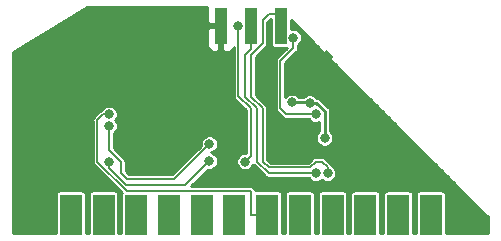
<source format=gbr>
G04 #@! TF.GenerationSoftware,KiCad,Pcbnew,(5.0.0-rc2-dev-231-ge0e0687cd)*
G04 #@! TF.CreationDate,2018-07-23T22:11:46+02:00*
G04 #@! TF.ProjectId,WiFi_Plotter,576946695F506C6F747465722E6B6963,rev?*
G04 #@! TF.SameCoordinates,Original*
G04 #@! TF.FileFunction,Copper,L2,Bot,Signal*
G04 #@! TF.FilePolarity,Positive*
%FSLAX46Y46*%
G04 Gerber Fmt 4.6, Leading zero omitted, Abs format (unit mm)*
G04 Created by KiCad (PCBNEW (5.0.0-rc2-dev-231-ge0e0687cd)) date Mon Jul 23 22:11:46 2018*
%MOMM*%
%LPD*%
G01*
G04 APERTURE LIST*
%ADD10R,1.000000X3.150000*%
%ADD11C,0.500000*%
%ADD12C,0.100000*%
%ADD13R,1.846667X3.480000*%
%ADD14C,0.800000*%
%ADD15C,0.254000*%
%ADD16C,0.152400*%
G04 APERTURE END LIST*
D10*
X92540000Y-122000000D03*
X90000000Y-122000000D03*
X87460000Y-122000000D03*
D11*
X96515076Y-124515076D03*
D12*
G36*
X96020101Y-124373655D02*
X96373655Y-124020101D01*
X97010051Y-124656497D01*
X96656497Y-125010051D01*
X96020101Y-124373655D01*
X96020101Y-124373655D01*
G37*
D13*
X74765000Y-138000000D03*
X77535000Y-138000000D03*
X80305000Y-138000000D03*
X83075000Y-138000000D03*
X85845000Y-138000000D03*
X88615000Y-138000000D03*
X91385000Y-138000000D03*
X94155000Y-138000000D03*
X96925000Y-138000000D03*
X99695000Y-138000000D03*
X102465000Y-138000000D03*
X105235000Y-138000000D03*
D14*
X94991181Y-128538346D03*
X96254000Y-131500000D03*
X93500000Y-128500000D03*
X82987598Y-124500000D03*
X87500000Y-129000000D03*
X86500000Y-129000000D03*
X85500000Y-129000000D03*
X85000000Y-121000000D03*
X91500000Y-127487598D03*
X86500000Y-131000000D03*
X81000000Y-133987598D03*
X101500000Y-131000000D03*
X98500000Y-128000000D03*
X103000000Y-132500000D03*
X102500000Y-132000000D03*
X95000000Y-124500000D03*
X94500000Y-125000000D03*
X94500000Y-124000000D03*
X95000000Y-123500000D03*
X95500000Y-124000000D03*
X97000000Y-125500000D03*
X98500000Y-127000000D03*
X99000000Y-127500000D03*
X99500000Y-128000000D03*
X104000000Y-133500000D03*
X104500000Y-134000000D03*
X105000000Y-133500000D03*
X104500000Y-133000000D03*
X104000000Y-132500000D03*
X103500000Y-132000000D03*
X103000000Y-131500000D03*
X102500000Y-131000000D03*
X102000000Y-130500000D03*
X101500000Y-130000000D03*
X101000000Y-129500000D03*
X100000000Y-128500000D03*
X100000000Y-129500000D03*
X100500000Y-129000000D03*
X99500000Y-129000000D03*
X105500000Y-134000000D03*
X106000000Y-134500000D03*
X107000000Y-135500000D03*
X106500000Y-135000000D03*
X105000000Y-135500000D03*
X106000000Y-135500000D03*
X105000000Y-134500000D03*
X105500000Y-135000000D03*
X104500000Y-135000000D03*
X88000000Y-135000000D03*
X92000000Y-133000000D03*
X93000000Y-133000000D03*
X94000000Y-133000000D03*
X94000000Y-132000000D03*
X94000000Y-131000000D03*
X93000000Y-131000000D03*
X92000000Y-131000000D03*
X92000000Y-132000000D03*
X93000000Y-132000000D03*
X97500000Y-135000000D03*
X100500000Y-134000000D03*
X101012402Y-132000000D03*
X99512402Y-130500000D03*
X98012402Y-129000000D03*
X94987598Y-126000000D03*
X102512402Y-135000000D03*
X102512402Y-133500000D03*
X71000000Y-136500000D03*
X78000000Y-127000000D03*
X78500000Y-122500000D03*
X74500000Y-122500024D03*
X72000000Y-128012402D03*
X72000000Y-134012402D03*
X78000000Y-133500000D03*
X86500000Y-133452413D03*
X88947598Y-122000000D03*
X89500000Y-133500000D03*
X95500000Y-134500000D03*
X96500000Y-134500000D03*
X78000000Y-129500000D03*
X86500000Y-132000028D03*
X78000000Y-130500000D03*
X93592440Y-123000000D03*
X95500000Y-129500000D03*
D15*
X96254000Y-131500000D02*
X96254000Y-129235480D01*
X96254000Y-129235480D02*
X95556866Y-128538346D01*
X95556866Y-128538346D02*
X94991181Y-128538346D01*
X95000000Y-128500000D02*
X95000000Y-128529527D01*
X95000000Y-128500000D02*
X93500000Y-128500000D01*
X95000000Y-128529527D02*
X94991181Y-128538346D01*
D16*
X86500000Y-133452413D02*
X84452413Y-135500000D01*
X84452413Y-135500000D02*
X79434315Y-135500000D01*
X78000000Y-134065685D02*
X78000000Y-133500000D01*
X79434315Y-135500000D02*
X78000000Y-134065685D01*
X88947598Y-127947598D02*
X90000000Y-129000000D01*
X88947598Y-122000000D02*
X88947598Y-127947598D01*
X90000000Y-129000000D02*
X90000000Y-133000000D01*
X90000000Y-133000000D02*
X89500000Y-133500000D01*
X89500000Y-124500000D02*
X90000000Y-124000000D01*
X90000000Y-124000000D02*
X90000000Y-122000000D01*
X89500000Y-128000000D02*
X89500000Y-124500000D01*
X91500000Y-134500000D02*
X90500000Y-133500000D01*
X90500000Y-129000000D02*
X89500000Y-128000000D01*
X90500000Y-133500000D02*
X90500000Y-129000000D01*
X95500000Y-134500000D02*
X91500000Y-134500000D01*
X95000000Y-134000000D02*
X91500000Y-134000000D01*
X95500000Y-133500000D02*
X95000000Y-134000000D01*
X96000000Y-133500000D02*
X95500000Y-133500000D01*
X96500000Y-134500000D02*
X96500000Y-134000000D01*
X91500000Y-134000000D02*
X91000000Y-133500000D01*
X90000000Y-128000000D02*
X90000000Y-124500000D01*
X96500000Y-134000000D02*
X96000000Y-133500000D01*
X91000000Y-133500000D02*
X91000000Y-129000000D01*
X90000000Y-124500000D02*
X91000000Y-123500000D01*
X92500000Y-121000000D02*
X92500000Y-121960000D01*
X91000000Y-129000000D02*
X90000000Y-128000000D01*
X91000000Y-123500000D02*
X91000000Y-121500000D01*
X92500000Y-121960000D02*
X92540000Y-122000000D01*
X91000000Y-121500000D02*
X91500000Y-121000000D01*
X91500000Y-121000000D02*
X92500000Y-121000000D01*
X77000000Y-133500000D02*
X77000000Y-130000000D01*
X79500000Y-136000000D02*
X77000000Y-133500000D01*
X90000000Y-136000000D02*
X79500000Y-136000000D01*
X77500000Y-129500000D02*
X78000000Y-129500000D01*
X77000000Y-130000000D02*
X77500000Y-129500000D01*
X91385000Y-138000000D02*
X90000000Y-138000000D01*
X90000000Y-138000000D02*
X90000000Y-136000000D01*
X79000000Y-133500000D02*
X79000000Y-134500000D01*
X78000000Y-132500000D02*
X79000000Y-133500000D01*
X78000000Y-130500000D02*
X78000000Y-132500000D01*
X83500028Y-135000000D02*
X86500000Y-132000028D01*
X79000000Y-134500000D02*
X79500000Y-135000000D01*
X79500000Y-135000000D02*
X83500028Y-135000000D01*
X93000000Y-129500000D02*
X92500000Y-129000000D01*
X93592440Y-123565685D02*
X93592440Y-123000000D01*
X95500000Y-129500000D02*
X93000000Y-129500000D01*
X92500000Y-125000000D02*
X93592440Y-123907560D01*
X92500000Y-129000000D02*
X92500000Y-125000000D01*
X93592440Y-123907560D02*
X93592440Y-123565685D01*
D15*
G36*
X86325000Y-121714250D02*
X86483750Y-121873000D01*
X87333000Y-121873000D01*
X87333000Y-121853000D01*
X87587000Y-121853000D01*
X87587000Y-121873000D01*
X87607000Y-121873000D01*
X87607000Y-122127000D01*
X87587000Y-122127000D01*
X87587000Y-124051250D01*
X87745750Y-124210000D01*
X88086310Y-124210000D01*
X88319699Y-124113327D01*
X88498327Y-123934698D01*
X88544398Y-123823472D01*
X88544399Y-127907882D01*
X88536499Y-127947598D01*
X88567792Y-128104918D01*
X88582235Y-128126533D01*
X88656908Y-128238289D01*
X88690574Y-128260784D01*
X89596800Y-129167011D01*
X89596801Y-132773000D01*
X89355391Y-132773000D01*
X89088187Y-132883679D01*
X88883679Y-133088187D01*
X88773000Y-133355391D01*
X88773000Y-133644609D01*
X88883679Y-133911813D01*
X89088187Y-134116321D01*
X89355391Y-134227000D01*
X89644609Y-134227000D01*
X89911813Y-134116321D01*
X90116321Y-133911813D01*
X90182877Y-133751132D01*
X90209309Y-133790691D01*
X90242978Y-133813188D01*
X91186814Y-134757025D01*
X91209309Y-134790691D01*
X91242974Y-134813185D01*
X91342679Y-134879806D01*
X91500000Y-134911099D01*
X91539711Y-134903200D01*
X94880111Y-134903200D01*
X94883679Y-134911813D01*
X95088187Y-135116321D01*
X95355391Y-135227000D01*
X95644609Y-135227000D01*
X95911813Y-135116321D01*
X96000000Y-135028134D01*
X96088187Y-135116321D01*
X96355391Y-135227000D01*
X96644609Y-135227000D01*
X96911813Y-135116321D01*
X97116321Y-134911813D01*
X97227000Y-134644609D01*
X97227000Y-134355391D01*
X97116321Y-134088187D01*
X96911813Y-133883679D01*
X96885820Y-133872912D01*
X96879806Y-133842679D01*
X96813185Y-133742974D01*
X96790691Y-133709309D01*
X96757025Y-133686814D01*
X96313188Y-133242977D01*
X96290691Y-133209309D01*
X96157321Y-133120194D01*
X96039711Y-133096800D01*
X96000000Y-133088901D01*
X95960289Y-133096800D01*
X95539711Y-133096800D01*
X95500000Y-133088901D01*
X95460289Y-133096800D01*
X95342679Y-133120194D01*
X95209309Y-133209309D01*
X95186815Y-133242974D01*
X94832990Y-133596800D01*
X91667011Y-133596800D01*
X91403200Y-133332990D01*
X91403200Y-129039710D01*
X91411099Y-129000000D01*
X91379806Y-128842679D01*
X91313185Y-128742974D01*
X91290691Y-128709309D01*
X91257025Y-128686814D01*
X90403200Y-127832990D01*
X90403200Y-124667010D01*
X91257026Y-123813185D01*
X91290691Y-123790691D01*
X91379806Y-123657321D01*
X91403200Y-123539711D01*
X91403200Y-123539710D01*
X91411099Y-123500000D01*
X91403200Y-123460289D01*
X91403200Y-121667010D01*
X91667011Y-121403200D01*
X91706594Y-121403200D01*
X91706594Y-123575000D01*
X91731973Y-123702589D01*
X91804246Y-123810754D01*
X91912411Y-123883027D01*
X92040000Y-123908406D01*
X93021383Y-123908406D01*
X92242976Y-124686814D01*
X92209310Y-124709309D01*
X92186815Y-124742975D01*
X92120194Y-124842680D01*
X92088901Y-125000000D01*
X92096801Y-125039716D01*
X92096800Y-128960289D01*
X92088901Y-129000000D01*
X92096800Y-129039710D01*
X92120194Y-129157320D01*
X92209309Y-129290691D01*
X92242977Y-129313188D01*
X92686814Y-129757025D01*
X92709309Y-129790691D01*
X92742974Y-129813185D01*
X92842679Y-129879806D01*
X93000000Y-129911099D01*
X93039711Y-129903200D01*
X94880111Y-129903200D01*
X94883679Y-129911813D01*
X95088187Y-130116321D01*
X95355391Y-130227000D01*
X95644609Y-130227000D01*
X95800001Y-130162635D01*
X95800000Y-130925866D01*
X95637679Y-131088187D01*
X95527000Y-131355391D01*
X95527000Y-131644609D01*
X95637679Y-131911813D01*
X95842187Y-132116321D01*
X96109391Y-132227000D01*
X96398609Y-132227000D01*
X96665813Y-132116321D01*
X96870321Y-131911813D01*
X96981000Y-131644609D01*
X96981000Y-131355391D01*
X96870321Y-131088187D01*
X96708000Y-130925866D01*
X96708000Y-129280187D01*
X96716893Y-129235479D01*
X96708000Y-129190771D01*
X96708000Y-129190767D01*
X96681658Y-129058338D01*
X96616144Y-128960290D01*
X96606643Y-128946070D01*
X96606641Y-128946068D01*
X96581315Y-128908165D01*
X96543411Y-128882838D01*
X95909509Y-128248937D01*
X95884181Y-128211031D01*
X95734008Y-128110688D01*
X95601579Y-128084346D01*
X95601575Y-128084346D01*
X95556866Y-128075453D01*
X95556496Y-128075527D01*
X95402994Y-127922025D01*
X95135790Y-127811346D01*
X94846572Y-127811346D01*
X94579368Y-127922025D01*
X94455393Y-128046000D01*
X94074134Y-128046000D01*
X93911813Y-127883679D01*
X93644609Y-127773000D01*
X93355391Y-127773000D01*
X93088187Y-127883679D01*
X92903200Y-128068666D01*
X92903200Y-125167010D01*
X93849466Y-124220745D01*
X93883131Y-124198251D01*
X93972246Y-124064881D01*
X93995640Y-123947271D01*
X93995640Y-123947267D01*
X94003538Y-123907561D01*
X93995640Y-123867855D01*
X93995640Y-123619889D01*
X94004253Y-123616321D01*
X94208761Y-123411813D01*
X94319440Y-123144609D01*
X94319440Y-122855391D01*
X94208761Y-122588187D01*
X94004253Y-122383679D01*
X93737049Y-122273000D01*
X93447831Y-122273000D01*
X93373406Y-122303828D01*
X93373406Y-121553012D01*
X109910197Y-138089803D01*
X109951399Y-138117333D01*
X110000000Y-138127000D01*
X110048601Y-138117333D01*
X110089803Y-138089803D01*
X110098000Y-138081606D01*
X110098000Y-139573000D01*
X106491739Y-139573000D01*
X106491739Y-136260000D01*
X106466360Y-136132411D01*
X106394087Y-136024246D01*
X106285922Y-135951973D01*
X106158333Y-135926594D01*
X104311667Y-135926594D01*
X104184078Y-135951973D01*
X104075913Y-136024246D01*
X104003640Y-136132411D01*
X103978261Y-136260000D01*
X103978261Y-139573000D01*
X103721739Y-139573000D01*
X103721739Y-136260000D01*
X103696360Y-136132411D01*
X103624087Y-136024246D01*
X103515922Y-135951973D01*
X103388333Y-135926594D01*
X101541667Y-135926594D01*
X101414078Y-135951973D01*
X101305913Y-136024246D01*
X101233640Y-136132411D01*
X101208261Y-136260000D01*
X101208261Y-139573000D01*
X100951739Y-139573000D01*
X100951739Y-136260000D01*
X100926360Y-136132411D01*
X100854087Y-136024246D01*
X100745922Y-135951973D01*
X100618333Y-135926594D01*
X98771667Y-135926594D01*
X98644078Y-135951973D01*
X98535913Y-136024246D01*
X98463640Y-136132411D01*
X98438261Y-136260000D01*
X98438261Y-139573000D01*
X98181739Y-139573000D01*
X98181739Y-136260000D01*
X98156360Y-136132411D01*
X98084087Y-136024246D01*
X97975922Y-135951973D01*
X97848333Y-135926594D01*
X96001667Y-135926594D01*
X95874078Y-135951973D01*
X95765913Y-136024246D01*
X95693640Y-136132411D01*
X95668261Y-136260000D01*
X95668261Y-139573000D01*
X95411739Y-139573000D01*
X95411739Y-136260000D01*
X95386360Y-136132411D01*
X95314087Y-136024246D01*
X95205922Y-135951973D01*
X95078333Y-135926594D01*
X93231667Y-135926594D01*
X93104078Y-135951973D01*
X92995913Y-136024246D01*
X92923640Y-136132411D01*
X92898261Y-136260000D01*
X92898261Y-139573000D01*
X92641739Y-139573000D01*
X92641739Y-136260000D01*
X92616360Y-136132411D01*
X92544087Y-136024246D01*
X92435922Y-135951973D01*
X92308333Y-135926594D01*
X90461667Y-135926594D01*
X90398978Y-135939064D01*
X90379806Y-135842679D01*
X90290691Y-135709309D01*
X90157321Y-135620194D01*
X90039711Y-135596800D01*
X90000000Y-135588901D01*
X89960289Y-135596800D01*
X84925823Y-135596800D01*
X86346778Y-134175846D01*
X86355391Y-134179413D01*
X86644609Y-134179413D01*
X86911813Y-134068734D01*
X87116321Y-133864226D01*
X87227000Y-133597022D01*
X87227000Y-133307804D01*
X87116321Y-133040600D01*
X86911813Y-132836092D01*
X86646558Y-132726220D01*
X86911813Y-132616349D01*
X87116321Y-132411841D01*
X87227000Y-132144637D01*
X87227000Y-131855419D01*
X87116321Y-131588215D01*
X86911813Y-131383707D01*
X86644609Y-131273028D01*
X86355391Y-131273028D01*
X86088187Y-131383707D01*
X85883679Y-131588215D01*
X85773000Y-131855419D01*
X85773000Y-132144637D01*
X85776567Y-132153250D01*
X83333018Y-134596800D01*
X79667011Y-134596800D01*
X79403200Y-134332990D01*
X79403200Y-133539710D01*
X79411099Y-133500000D01*
X79379806Y-133342679D01*
X79313185Y-133242974D01*
X79290691Y-133209309D01*
X79257026Y-133186815D01*
X78403200Y-132332990D01*
X78403200Y-131119889D01*
X78411813Y-131116321D01*
X78616321Y-130911813D01*
X78727000Y-130644609D01*
X78727000Y-130355391D01*
X78616321Y-130088187D01*
X78528134Y-130000000D01*
X78616321Y-129911813D01*
X78727000Y-129644609D01*
X78727000Y-129355391D01*
X78616321Y-129088187D01*
X78411813Y-128883679D01*
X78144609Y-128773000D01*
X77855391Y-128773000D01*
X77588187Y-128883679D01*
X77383679Y-129088187D01*
X77372912Y-129114180D01*
X77342679Y-129120194D01*
X77209309Y-129209309D01*
X77186815Y-129242974D01*
X76742975Y-129686814D01*
X76709310Y-129709309D01*
X76686815Y-129742975D01*
X76620194Y-129842680D01*
X76588901Y-130000000D01*
X76596801Y-130039716D01*
X76596800Y-133460289D01*
X76588901Y-133500000D01*
X76596800Y-133539710D01*
X76620194Y-133657320D01*
X76709309Y-133790691D01*
X76742978Y-133813188D01*
X79071742Y-136141953D01*
X79048261Y-136260000D01*
X79048261Y-139573000D01*
X78791739Y-139573000D01*
X78791739Y-136260000D01*
X78766360Y-136132411D01*
X78694087Y-136024246D01*
X78585922Y-135951973D01*
X78458333Y-135926594D01*
X76611667Y-135926594D01*
X76484078Y-135951973D01*
X76375913Y-136024246D01*
X76303640Y-136132411D01*
X76278261Y-136260000D01*
X76278261Y-139573000D01*
X76021739Y-139573000D01*
X76021739Y-136260000D01*
X75996360Y-136132411D01*
X75924087Y-136024246D01*
X75815922Y-135951973D01*
X75688333Y-135926594D01*
X73841667Y-135926594D01*
X73714078Y-135951973D01*
X73605913Y-136024246D01*
X73533640Y-136132411D01*
X73508261Y-136260000D01*
X73508261Y-139573000D01*
X69902000Y-139573000D01*
X69902000Y-124224635D01*
X73052688Y-122285750D01*
X86325000Y-122285750D01*
X86325000Y-123701309D01*
X86421673Y-123934698D01*
X86600301Y-124113327D01*
X86833690Y-124210000D01*
X87174250Y-124210000D01*
X87333000Y-124051250D01*
X87333000Y-122127000D01*
X86483750Y-122127000D01*
X86325000Y-122285750D01*
X73052688Y-122285750D01*
X76113783Y-120402000D01*
X86325000Y-120402000D01*
X86325000Y-121714250D01*
X86325000Y-121714250D01*
G37*
X86325000Y-121714250D02*
X86483750Y-121873000D01*
X87333000Y-121873000D01*
X87333000Y-121853000D01*
X87587000Y-121853000D01*
X87587000Y-121873000D01*
X87607000Y-121873000D01*
X87607000Y-122127000D01*
X87587000Y-122127000D01*
X87587000Y-124051250D01*
X87745750Y-124210000D01*
X88086310Y-124210000D01*
X88319699Y-124113327D01*
X88498327Y-123934698D01*
X88544398Y-123823472D01*
X88544399Y-127907882D01*
X88536499Y-127947598D01*
X88567792Y-128104918D01*
X88582235Y-128126533D01*
X88656908Y-128238289D01*
X88690574Y-128260784D01*
X89596800Y-129167011D01*
X89596801Y-132773000D01*
X89355391Y-132773000D01*
X89088187Y-132883679D01*
X88883679Y-133088187D01*
X88773000Y-133355391D01*
X88773000Y-133644609D01*
X88883679Y-133911813D01*
X89088187Y-134116321D01*
X89355391Y-134227000D01*
X89644609Y-134227000D01*
X89911813Y-134116321D01*
X90116321Y-133911813D01*
X90182877Y-133751132D01*
X90209309Y-133790691D01*
X90242978Y-133813188D01*
X91186814Y-134757025D01*
X91209309Y-134790691D01*
X91242974Y-134813185D01*
X91342679Y-134879806D01*
X91500000Y-134911099D01*
X91539711Y-134903200D01*
X94880111Y-134903200D01*
X94883679Y-134911813D01*
X95088187Y-135116321D01*
X95355391Y-135227000D01*
X95644609Y-135227000D01*
X95911813Y-135116321D01*
X96000000Y-135028134D01*
X96088187Y-135116321D01*
X96355391Y-135227000D01*
X96644609Y-135227000D01*
X96911813Y-135116321D01*
X97116321Y-134911813D01*
X97227000Y-134644609D01*
X97227000Y-134355391D01*
X97116321Y-134088187D01*
X96911813Y-133883679D01*
X96885820Y-133872912D01*
X96879806Y-133842679D01*
X96813185Y-133742974D01*
X96790691Y-133709309D01*
X96757025Y-133686814D01*
X96313188Y-133242977D01*
X96290691Y-133209309D01*
X96157321Y-133120194D01*
X96039711Y-133096800D01*
X96000000Y-133088901D01*
X95960289Y-133096800D01*
X95539711Y-133096800D01*
X95500000Y-133088901D01*
X95460289Y-133096800D01*
X95342679Y-133120194D01*
X95209309Y-133209309D01*
X95186815Y-133242974D01*
X94832990Y-133596800D01*
X91667011Y-133596800D01*
X91403200Y-133332990D01*
X91403200Y-129039710D01*
X91411099Y-129000000D01*
X91379806Y-128842679D01*
X91313185Y-128742974D01*
X91290691Y-128709309D01*
X91257025Y-128686814D01*
X90403200Y-127832990D01*
X90403200Y-124667010D01*
X91257026Y-123813185D01*
X91290691Y-123790691D01*
X91379806Y-123657321D01*
X91403200Y-123539711D01*
X91403200Y-123539710D01*
X91411099Y-123500000D01*
X91403200Y-123460289D01*
X91403200Y-121667010D01*
X91667011Y-121403200D01*
X91706594Y-121403200D01*
X91706594Y-123575000D01*
X91731973Y-123702589D01*
X91804246Y-123810754D01*
X91912411Y-123883027D01*
X92040000Y-123908406D01*
X93021383Y-123908406D01*
X92242976Y-124686814D01*
X92209310Y-124709309D01*
X92186815Y-124742975D01*
X92120194Y-124842680D01*
X92088901Y-125000000D01*
X92096801Y-125039716D01*
X92096800Y-128960289D01*
X92088901Y-129000000D01*
X92096800Y-129039710D01*
X92120194Y-129157320D01*
X92209309Y-129290691D01*
X92242977Y-129313188D01*
X92686814Y-129757025D01*
X92709309Y-129790691D01*
X92742974Y-129813185D01*
X92842679Y-129879806D01*
X93000000Y-129911099D01*
X93039711Y-129903200D01*
X94880111Y-129903200D01*
X94883679Y-129911813D01*
X95088187Y-130116321D01*
X95355391Y-130227000D01*
X95644609Y-130227000D01*
X95800001Y-130162635D01*
X95800000Y-130925866D01*
X95637679Y-131088187D01*
X95527000Y-131355391D01*
X95527000Y-131644609D01*
X95637679Y-131911813D01*
X95842187Y-132116321D01*
X96109391Y-132227000D01*
X96398609Y-132227000D01*
X96665813Y-132116321D01*
X96870321Y-131911813D01*
X96981000Y-131644609D01*
X96981000Y-131355391D01*
X96870321Y-131088187D01*
X96708000Y-130925866D01*
X96708000Y-129280187D01*
X96716893Y-129235479D01*
X96708000Y-129190771D01*
X96708000Y-129190767D01*
X96681658Y-129058338D01*
X96616144Y-128960290D01*
X96606643Y-128946070D01*
X96606641Y-128946068D01*
X96581315Y-128908165D01*
X96543411Y-128882838D01*
X95909509Y-128248937D01*
X95884181Y-128211031D01*
X95734008Y-128110688D01*
X95601579Y-128084346D01*
X95601575Y-128084346D01*
X95556866Y-128075453D01*
X95556496Y-128075527D01*
X95402994Y-127922025D01*
X95135790Y-127811346D01*
X94846572Y-127811346D01*
X94579368Y-127922025D01*
X94455393Y-128046000D01*
X94074134Y-128046000D01*
X93911813Y-127883679D01*
X93644609Y-127773000D01*
X93355391Y-127773000D01*
X93088187Y-127883679D01*
X92903200Y-128068666D01*
X92903200Y-125167010D01*
X93849466Y-124220745D01*
X93883131Y-124198251D01*
X93972246Y-124064881D01*
X93995640Y-123947271D01*
X93995640Y-123947267D01*
X94003538Y-123907561D01*
X93995640Y-123867855D01*
X93995640Y-123619889D01*
X94004253Y-123616321D01*
X94208761Y-123411813D01*
X94319440Y-123144609D01*
X94319440Y-122855391D01*
X94208761Y-122588187D01*
X94004253Y-122383679D01*
X93737049Y-122273000D01*
X93447831Y-122273000D01*
X93373406Y-122303828D01*
X93373406Y-121553012D01*
X109910197Y-138089803D01*
X109951399Y-138117333D01*
X110000000Y-138127000D01*
X110048601Y-138117333D01*
X110089803Y-138089803D01*
X110098000Y-138081606D01*
X110098000Y-139573000D01*
X106491739Y-139573000D01*
X106491739Y-136260000D01*
X106466360Y-136132411D01*
X106394087Y-136024246D01*
X106285922Y-135951973D01*
X106158333Y-135926594D01*
X104311667Y-135926594D01*
X104184078Y-135951973D01*
X104075913Y-136024246D01*
X104003640Y-136132411D01*
X103978261Y-136260000D01*
X103978261Y-139573000D01*
X103721739Y-139573000D01*
X103721739Y-136260000D01*
X103696360Y-136132411D01*
X103624087Y-136024246D01*
X103515922Y-135951973D01*
X103388333Y-135926594D01*
X101541667Y-135926594D01*
X101414078Y-135951973D01*
X101305913Y-136024246D01*
X101233640Y-136132411D01*
X101208261Y-136260000D01*
X101208261Y-139573000D01*
X100951739Y-139573000D01*
X100951739Y-136260000D01*
X100926360Y-136132411D01*
X100854087Y-136024246D01*
X100745922Y-135951973D01*
X100618333Y-135926594D01*
X98771667Y-135926594D01*
X98644078Y-135951973D01*
X98535913Y-136024246D01*
X98463640Y-136132411D01*
X98438261Y-136260000D01*
X98438261Y-139573000D01*
X98181739Y-139573000D01*
X98181739Y-136260000D01*
X98156360Y-136132411D01*
X98084087Y-136024246D01*
X97975922Y-135951973D01*
X97848333Y-135926594D01*
X96001667Y-135926594D01*
X95874078Y-135951973D01*
X95765913Y-136024246D01*
X95693640Y-136132411D01*
X95668261Y-136260000D01*
X95668261Y-139573000D01*
X95411739Y-139573000D01*
X95411739Y-136260000D01*
X95386360Y-136132411D01*
X95314087Y-136024246D01*
X95205922Y-135951973D01*
X95078333Y-135926594D01*
X93231667Y-135926594D01*
X93104078Y-135951973D01*
X92995913Y-136024246D01*
X92923640Y-136132411D01*
X92898261Y-136260000D01*
X92898261Y-139573000D01*
X92641739Y-139573000D01*
X92641739Y-136260000D01*
X92616360Y-136132411D01*
X92544087Y-136024246D01*
X92435922Y-135951973D01*
X92308333Y-135926594D01*
X90461667Y-135926594D01*
X90398978Y-135939064D01*
X90379806Y-135842679D01*
X90290691Y-135709309D01*
X90157321Y-135620194D01*
X90039711Y-135596800D01*
X90000000Y-135588901D01*
X89960289Y-135596800D01*
X84925823Y-135596800D01*
X86346778Y-134175846D01*
X86355391Y-134179413D01*
X86644609Y-134179413D01*
X86911813Y-134068734D01*
X87116321Y-133864226D01*
X87227000Y-133597022D01*
X87227000Y-133307804D01*
X87116321Y-133040600D01*
X86911813Y-132836092D01*
X86646558Y-132726220D01*
X86911813Y-132616349D01*
X87116321Y-132411841D01*
X87227000Y-132144637D01*
X87227000Y-131855419D01*
X87116321Y-131588215D01*
X86911813Y-131383707D01*
X86644609Y-131273028D01*
X86355391Y-131273028D01*
X86088187Y-131383707D01*
X85883679Y-131588215D01*
X85773000Y-131855419D01*
X85773000Y-132144637D01*
X85776567Y-132153250D01*
X83333018Y-134596800D01*
X79667011Y-134596800D01*
X79403200Y-134332990D01*
X79403200Y-133539710D01*
X79411099Y-133500000D01*
X79379806Y-133342679D01*
X79313185Y-133242974D01*
X79290691Y-133209309D01*
X79257026Y-133186815D01*
X78403200Y-132332990D01*
X78403200Y-131119889D01*
X78411813Y-131116321D01*
X78616321Y-130911813D01*
X78727000Y-130644609D01*
X78727000Y-130355391D01*
X78616321Y-130088187D01*
X78528134Y-130000000D01*
X78616321Y-129911813D01*
X78727000Y-129644609D01*
X78727000Y-129355391D01*
X78616321Y-129088187D01*
X78411813Y-128883679D01*
X78144609Y-128773000D01*
X77855391Y-128773000D01*
X77588187Y-128883679D01*
X77383679Y-129088187D01*
X77372912Y-129114180D01*
X77342679Y-129120194D01*
X77209309Y-129209309D01*
X77186815Y-129242974D01*
X76742975Y-129686814D01*
X76709310Y-129709309D01*
X76686815Y-129742975D01*
X76620194Y-129842680D01*
X76588901Y-130000000D01*
X76596801Y-130039716D01*
X76596800Y-133460289D01*
X76588901Y-133500000D01*
X76596800Y-133539710D01*
X76620194Y-133657320D01*
X76709309Y-133790691D01*
X76742978Y-133813188D01*
X79071742Y-136141953D01*
X79048261Y-136260000D01*
X79048261Y-139573000D01*
X78791739Y-139573000D01*
X78791739Y-136260000D01*
X78766360Y-136132411D01*
X78694087Y-136024246D01*
X78585922Y-135951973D01*
X78458333Y-135926594D01*
X76611667Y-135926594D01*
X76484078Y-135951973D01*
X76375913Y-136024246D01*
X76303640Y-136132411D01*
X76278261Y-136260000D01*
X76278261Y-139573000D01*
X76021739Y-139573000D01*
X76021739Y-136260000D01*
X75996360Y-136132411D01*
X75924087Y-136024246D01*
X75815922Y-135951973D01*
X75688333Y-135926594D01*
X73841667Y-135926594D01*
X73714078Y-135951973D01*
X73605913Y-136024246D01*
X73533640Y-136132411D01*
X73508261Y-136260000D01*
X73508261Y-139573000D01*
X69902000Y-139573000D01*
X69902000Y-124224635D01*
X73052688Y-122285750D01*
X86325000Y-122285750D01*
X86325000Y-123701309D01*
X86421673Y-123934698D01*
X86600301Y-124113327D01*
X86833690Y-124210000D01*
X87174250Y-124210000D01*
X87333000Y-124051250D01*
X87333000Y-122127000D01*
X86483750Y-122127000D01*
X86325000Y-122285750D01*
X73052688Y-122285750D01*
X76113783Y-120402000D01*
X86325000Y-120402000D01*
X86325000Y-121714250D01*
M02*

</source>
